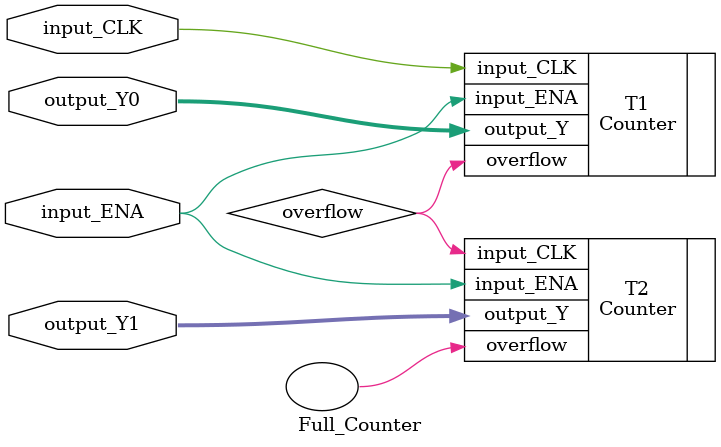
<source format=v>
`timescale 1ns / 1ps
module Full_Counter(
    input input_CLK,
    input input_ENA,
    inout [3:0] output_Y1,
    inout [3:0] output_Y0
    );
	 
	wire overflow;
	 
	Counter T1(.input_CLK(input_CLK), .input_ENA(input_ENA), .output_Y(output_Y0), .overflow(overflow));
	Counter T2(.input_CLK(overflow), .input_ENA(input_ENA), .output_Y(output_Y1), .overflow());

endmodule

</source>
